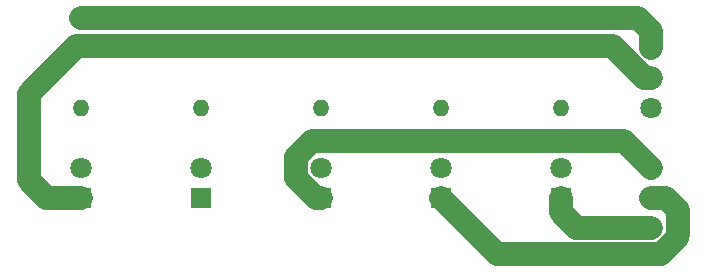
<source format=gbr>
%TF.GenerationSoftware,KiCad,Pcbnew,7.0.9*%
%TF.CreationDate,2024-08-10T11:55:06+09:00*%
%TF.ProjectId,LEDboard,4c454462-6f61-4726-942e-6b696361645f,rev?*%
%TF.SameCoordinates,Original*%
%TF.FileFunction,Copper,L1,Top*%
%TF.FilePolarity,Positive*%
%FSLAX46Y46*%
G04 Gerber Fmt 4.6, Leading zero omitted, Abs format (unit mm)*
G04 Created by KiCad (PCBNEW 7.0.9) date 2024-08-10 11:55:06*
%MOMM*%
%LPD*%
G01*
G04 APERTURE LIST*
%TA.AperFunction,ComponentPad*%
%ADD10C,1.400000*%
%TD*%
%TA.AperFunction,ComponentPad*%
%ADD11O,1.400000X1.400000*%
%TD*%
%TA.AperFunction,ComponentPad*%
%ADD12C,1.800000*%
%TD*%
%TA.AperFunction,ComponentPad*%
%ADD13R,1.800000X1.800000*%
%TD*%
%TA.AperFunction,Conductor*%
%ADD14C,2.000000*%
%TD*%
G04 APERTURE END LIST*
D10*
%TO.P,R5,1*%
%TO.N,Net-(J1-Pin_1)*%
X158050000Y-87570000D03*
D11*
%TO.P,R5,2*%
%TO.N,Net-(D5-A)*%
X158050000Y-95190000D03*
%TD*%
D10*
%TO.P,R4,1*%
%TO.N,Net-(J1-Pin_1)*%
X147890000Y-87570000D03*
D11*
%TO.P,R4,2*%
%TO.N,Net-(D4-A)*%
X147890000Y-95190000D03*
%TD*%
D10*
%TO.P,R3,1*%
%TO.N,Net-(J1-Pin_1)*%
X137730000Y-87570000D03*
D11*
%TO.P,R3,2*%
%TO.N,Net-(D3-A)*%
X137730000Y-95190000D03*
%TD*%
D10*
%TO.P,R2,1*%
%TO.N,Net-(J1-Pin_1)*%
X127570000Y-87570000D03*
D11*
%TO.P,R2,2*%
%TO.N,Net-(D2-A)*%
X127570000Y-95190000D03*
%TD*%
D10*
%TO.P,R1,1*%
%TO.N,Net-(J1-Pin_1)*%
X117410000Y-87570000D03*
D11*
%TO.P,R1,2*%
%TO.N,Net-(D1-A)*%
X117410000Y-95190000D03*
%TD*%
D12*
%TO.P,J2,1,Pin_1*%
%TO.N,Net-(D3-K)*%
X165670000Y-100270000D03*
%TO.P,J2,2,Pin_2*%
%TO.N,Net-(D4-K)*%
X165670000Y-102810000D03*
%TO.P,J2,3,Pin_3*%
%TO.N,Net-(D5-K)*%
X165670000Y-105350000D03*
%TD*%
%TO.P,J1,1,Pin_1*%
%TO.N,Net-(J1-Pin_1)*%
X165670000Y-90110000D03*
%TO.P,J1,2,Pin_2*%
%TO.N,Net-(D1-K)*%
X165670000Y-92650000D03*
%TO.P,J1,3,Pin_3*%
%TO.N,Net-(D2-K)*%
X165670000Y-95190000D03*
%TD*%
D13*
%TO.P,D5,1,K*%
%TO.N,Net-(D5-K)*%
X158050000Y-102810000D03*
D12*
%TO.P,D5,2,A*%
%TO.N,Net-(D5-A)*%
X158050000Y-100270000D03*
%TD*%
D13*
%TO.P,D4,1,K*%
%TO.N,Net-(D4-K)*%
X147890000Y-102810000D03*
D12*
%TO.P,D4,2,A*%
%TO.N,Net-(D4-A)*%
X147890000Y-100270000D03*
%TD*%
D13*
%TO.P,D3,1,K*%
%TO.N,Net-(D3-K)*%
X137730000Y-102810000D03*
D12*
%TO.P,D3,2,A*%
%TO.N,Net-(D3-A)*%
X137730000Y-100270000D03*
%TD*%
D13*
%TO.P,D2,1,K*%
%TO.N,Net-(D2-K)*%
X127570000Y-102810000D03*
D12*
%TO.P,D2,2,A*%
%TO.N,Net-(D2-A)*%
X127570000Y-100270000D03*
%TD*%
%TO.P,D1,2,A*%
%TO.N,Net-(D1-A)*%
X117410000Y-100270000D03*
D13*
%TO.P,D1,1,K*%
%TO.N,Net-(D1-K)*%
X117410000Y-102810000D03*
%TD*%
D14*
%TO.N,Net-(D5-K)*%
X159350000Y-105350000D02*
X165670000Y-105350000D01*
X158050000Y-104050000D02*
X159350000Y-105350000D01*
%TO.N,Net-(D4-K)*%
X152630000Y-107550000D02*
X147890000Y-102810000D01*
X166581270Y-107550000D02*
X152630000Y-107550000D01*
X168000000Y-105989849D02*
X167870000Y-106119849D01*
X167870000Y-106119849D02*
X167870000Y-106261270D01*
X168000000Y-103867208D02*
X168000000Y-105989849D01*
X166942792Y-102810000D02*
X168000000Y-103867208D01*
X167870000Y-106261270D02*
X166581270Y-107550000D01*
%TO.N,Net-(D5-K)*%
X158050000Y-102810000D02*
X158050000Y-104050000D01*
%TO.N,Net-(D4-K)*%
X165670000Y-102810000D02*
X166942792Y-102810000D01*
%TO.N,Net-(D3-K)*%
X135630000Y-101139849D02*
X137300151Y-102810000D01*
X135630000Y-99370000D02*
X135630000Y-101139849D01*
X137000000Y-98000000D02*
X135630000Y-99370000D01*
X163400000Y-98000000D02*
X137000000Y-98000000D01*
X165670000Y-100270000D02*
X163400000Y-98000000D01*
X137300151Y-102810000D02*
X137730000Y-102810000D01*
%TO.N,Net-(D1-K)*%
X117000000Y-90000000D02*
X113000000Y-94000000D01*
X114510000Y-102810000D02*
X117410000Y-102810000D01*
X162448730Y-90000000D02*
X117000000Y-90000000D01*
X165098730Y-92650000D02*
X162448730Y-90000000D01*
X113000000Y-94000000D02*
X113000000Y-101300000D01*
X113000000Y-101300000D02*
X114510000Y-102810000D01*
X165670000Y-92650000D02*
X165098730Y-92650000D01*
%TO.N,Net-(J1-Pin_1)*%
X127570000Y-87570000D02*
X117410000Y-87570000D01*
X137730000Y-87570000D02*
X127570000Y-87570000D01*
X147890000Y-87570000D02*
X137730000Y-87570000D01*
X158050000Y-87570000D02*
X147890000Y-87570000D01*
X165670000Y-90110000D02*
X165670000Y-88670000D01*
X165670000Y-88670000D02*
X164570000Y-87570000D01*
X164570000Y-87570000D02*
X158050000Y-87570000D01*
%TD*%
M02*

</source>
